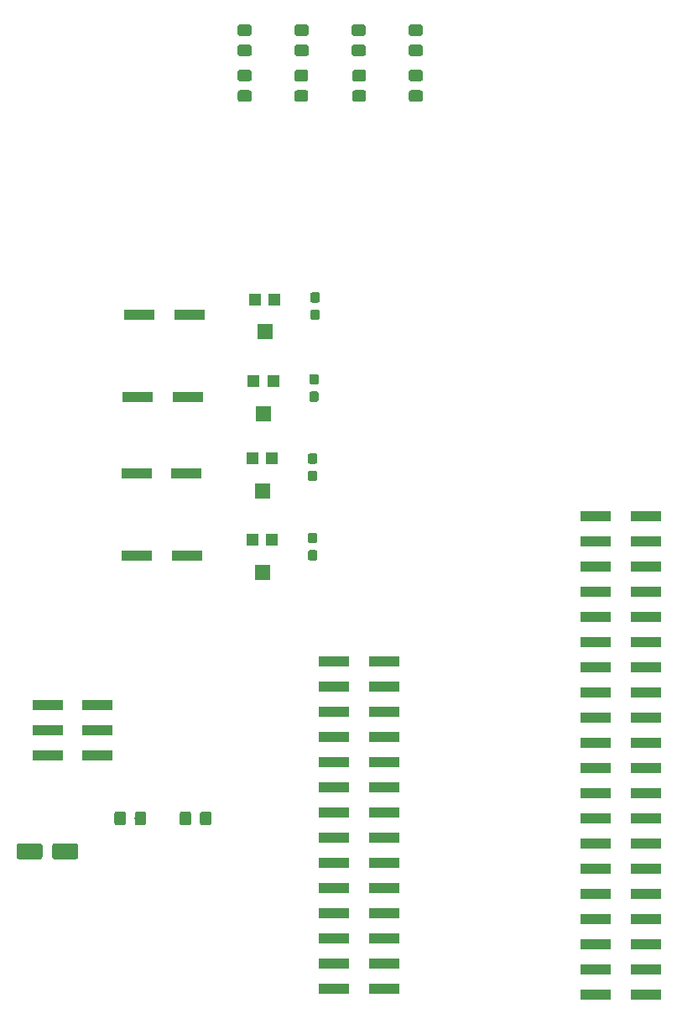
<source format=gbr>
G04 #@! TF.GenerationSoftware,KiCad,Pcbnew,(5.1.2)-2*
G04 #@! TF.CreationDate,2021-03-17T00:24:42+02:00*
G04 #@! TF.ProjectId,extension_board,65787465-6e73-4696-9f6e-5f626f617264,rev?*
G04 #@! TF.SameCoordinates,Original*
G04 #@! TF.FileFunction,Paste,Top*
G04 #@! TF.FilePolarity,Positive*
%FSLAX46Y46*%
G04 Gerber Fmt 4.6, Leading zero omitted, Abs format (unit mm)*
G04 Created by KiCad (PCBNEW (5.1.2)-2) date 2021-03-17 00:24:42*
%MOMM*%
%LPD*%
G04 APERTURE LIST*
%ADD10C,0.100000*%
%ADD11C,1.600000*%
%ADD12R,3.150000X1.000000*%
%ADD13C,1.150000*%
%ADD14C,0.950000*%
%ADD15R,1.200000X1.200000*%
%ADD16R,1.600000X1.500000*%
G04 APERTURE END LIST*
D10*
G36*
X-37275496Y-135869204D02*
G01*
X-37251227Y-135872804D01*
X-37227429Y-135878765D01*
X-37204329Y-135887030D01*
X-37182151Y-135897520D01*
X-37161107Y-135910133D01*
X-37141402Y-135924747D01*
X-37123223Y-135941223D01*
X-37106747Y-135959402D01*
X-37092133Y-135979107D01*
X-37079520Y-136000151D01*
X-37069030Y-136022329D01*
X-37060765Y-136045429D01*
X-37054804Y-136069227D01*
X-37051204Y-136093496D01*
X-37050000Y-136118000D01*
X-37050000Y-137218000D01*
X-37051204Y-137242504D01*
X-37054804Y-137266773D01*
X-37060765Y-137290571D01*
X-37069030Y-137313671D01*
X-37079520Y-137335849D01*
X-37092133Y-137356893D01*
X-37106747Y-137376598D01*
X-37123223Y-137394777D01*
X-37141402Y-137411253D01*
X-37161107Y-137425867D01*
X-37182151Y-137438480D01*
X-37204329Y-137448970D01*
X-37227429Y-137457235D01*
X-37251227Y-137463196D01*
X-37275496Y-137466796D01*
X-37300000Y-137468000D01*
X-39400000Y-137468000D01*
X-39424504Y-137466796D01*
X-39448773Y-137463196D01*
X-39472571Y-137457235D01*
X-39495671Y-137448970D01*
X-39517849Y-137438480D01*
X-39538893Y-137425867D01*
X-39558598Y-137411253D01*
X-39576777Y-137394777D01*
X-39593253Y-137376598D01*
X-39607867Y-137356893D01*
X-39620480Y-137335849D01*
X-39630970Y-137313671D01*
X-39639235Y-137290571D01*
X-39645196Y-137266773D01*
X-39648796Y-137242504D01*
X-39650000Y-137218000D01*
X-39650000Y-136118000D01*
X-39648796Y-136093496D01*
X-39645196Y-136069227D01*
X-39639235Y-136045429D01*
X-39630970Y-136022329D01*
X-39620480Y-136000151D01*
X-39607867Y-135979107D01*
X-39593253Y-135959402D01*
X-39576777Y-135941223D01*
X-39558598Y-135924747D01*
X-39538893Y-135910133D01*
X-39517849Y-135897520D01*
X-39495671Y-135887030D01*
X-39472571Y-135878765D01*
X-39448773Y-135872804D01*
X-39424504Y-135869204D01*
X-39400000Y-135868000D01*
X-37300000Y-135868000D01*
X-37275496Y-135869204D01*
X-37275496Y-135869204D01*
G37*
D11*
X-38350000Y-136668000D03*
D10*
G36*
X-33675496Y-135869204D02*
G01*
X-33651227Y-135872804D01*
X-33627429Y-135878765D01*
X-33604329Y-135887030D01*
X-33582151Y-135897520D01*
X-33561107Y-135910133D01*
X-33541402Y-135924747D01*
X-33523223Y-135941223D01*
X-33506747Y-135959402D01*
X-33492133Y-135979107D01*
X-33479520Y-136000151D01*
X-33469030Y-136022329D01*
X-33460765Y-136045429D01*
X-33454804Y-136069227D01*
X-33451204Y-136093496D01*
X-33450000Y-136118000D01*
X-33450000Y-137218000D01*
X-33451204Y-137242504D01*
X-33454804Y-137266773D01*
X-33460765Y-137290571D01*
X-33469030Y-137313671D01*
X-33479520Y-137335849D01*
X-33492133Y-137356893D01*
X-33506747Y-137376598D01*
X-33523223Y-137394777D01*
X-33541402Y-137411253D01*
X-33561107Y-137425867D01*
X-33582151Y-137438480D01*
X-33604329Y-137448970D01*
X-33627429Y-137457235D01*
X-33651227Y-137463196D01*
X-33675496Y-137466796D01*
X-33700000Y-137468000D01*
X-35800000Y-137468000D01*
X-35824504Y-137466796D01*
X-35848773Y-137463196D01*
X-35872571Y-137457235D01*
X-35895671Y-137448970D01*
X-35917849Y-137438480D01*
X-35938893Y-137425867D01*
X-35958598Y-137411253D01*
X-35976777Y-137394777D01*
X-35993253Y-137376598D01*
X-36007867Y-137356893D01*
X-36020480Y-137335849D01*
X-36030970Y-137313671D01*
X-36039235Y-137290571D01*
X-36045196Y-137266773D01*
X-36048796Y-137242504D01*
X-36050000Y-137218000D01*
X-36050000Y-136118000D01*
X-36048796Y-136093496D01*
X-36045196Y-136069227D01*
X-36039235Y-136045429D01*
X-36030970Y-136022329D01*
X-36020480Y-136000151D01*
X-36007867Y-135979107D01*
X-35993253Y-135959402D01*
X-35976777Y-135941223D01*
X-35958598Y-135924747D01*
X-35938893Y-135910133D01*
X-35917849Y-135897520D01*
X-35895671Y-135887030D01*
X-35872571Y-135878765D01*
X-35848773Y-135872804D01*
X-35824504Y-135869204D01*
X-35800000Y-135868000D01*
X-33700000Y-135868000D01*
X-33675496Y-135869204D01*
X-33675496Y-135869204D01*
G37*
D11*
X-34750000Y-136668000D03*
D12*
X18785000Y-102870000D03*
X23835000Y-102870000D03*
X18785000Y-105410000D03*
X23835000Y-105410000D03*
X18785000Y-107950000D03*
X23835000Y-107950000D03*
X18785000Y-110490000D03*
X23835000Y-110490000D03*
X18785000Y-113030000D03*
X23835000Y-113030000D03*
X18785000Y-115570000D03*
X23835000Y-115570000D03*
X18785000Y-118110000D03*
X23835000Y-118110000D03*
X18785000Y-120650000D03*
X23835000Y-120650000D03*
X18785000Y-123190000D03*
X23835000Y-123190000D03*
X18785000Y-125730000D03*
X23835000Y-125730000D03*
X18785000Y-128270000D03*
X23835000Y-128270000D03*
X18785000Y-130810000D03*
X23835000Y-130810000D03*
X18785000Y-133350000D03*
X23835000Y-133350000D03*
X18785000Y-135890000D03*
X23835000Y-135890000D03*
X18785000Y-138430000D03*
X23835000Y-138430000D03*
X18785000Y-140970000D03*
X23835000Y-140970000D03*
X18785000Y-143510000D03*
X23835000Y-143510000D03*
X18785000Y-146050000D03*
X23835000Y-146050000D03*
X18785000Y-148590000D03*
X23835000Y-148590000D03*
X18785000Y-151130000D03*
X23835000Y-151130000D03*
D10*
G36*
X-26810495Y-132651204D02*
G01*
X-26786227Y-132654804D01*
X-26762428Y-132660765D01*
X-26739329Y-132669030D01*
X-26717150Y-132679520D01*
X-26696107Y-132692132D01*
X-26676401Y-132706747D01*
X-26658223Y-132723223D01*
X-26641747Y-132741401D01*
X-26627132Y-132761107D01*
X-26614520Y-132782150D01*
X-26604030Y-132804329D01*
X-26595765Y-132827428D01*
X-26589804Y-132851227D01*
X-26586204Y-132875495D01*
X-26585000Y-132899999D01*
X-26585000Y-133800001D01*
X-26586204Y-133824505D01*
X-26589804Y-133848773D01*
X-26595765Y-133872572D01*
X-26604030Y-133895671D01*
X-26614520Y-133917850D01*
X-26627132Y-133938893D01*
X-26641747Y-133958599D01*
X-26658223Y-133976777D01*
X-26676401Y-133993253D01*
X-26696107Y-134007868D01*
X-26717150Y-134020480D01*
X-26739329Y-134030970D01*
X-26762428Y-134039235D01*
X-26786227Y-134045196D01*
X-26810495Y-134048796D01*
X-26834999Y-134050000D01*
X-27485001Y-134050000D01*
X-27509505Y-134048796D01*
X-27533773Y-134045196D01*
X-27557572Y-134039235D01*
X-27580671Y-134030970D01*
X-27602850Y-134020480D01*
X-27623893Y-134007868D01*
X-27643599Y-133993253D01*
X-27661777Y-133976777D01*
X-27678253Y-133958599D01*
X-27692868Y-133938893D01*
X-27705480Y-133917850D01*
X-27715970Y-133895671D01*
X-27724235Y-133872572D01*
X-27730196Y-133848773D01*
X-27733796Y-133824505D01*
X-27735000Y-133800001D01*
X-27735000Y-132899999D01*
X-27733796Y-132875495D01*
X-27730196Y-132851227D01*
X-27724235Y-132827428D01*
X-27715970Y-132804329D01*
X-27705480Y-132782150D01*
X-27692868Y-132761107D01*
X-27678253Y-132741401D01*
X-27661777Y-132723223D01*
X-27643599Y-132706747D01*
X-27623893Y-132692132D01*
X-27602850Y-132679520D01*
X-27580671Y-132669030D01*
X-27557572Y-132660765D01*
X-27533773Y-132654804D01*
X-27509505Y-132651204D01*
X-27485001Y-132650000D01*
X-26834999Y-132650000D01*
X-26810495Y-132651204D01*
X-26810495Y-132651204D01*
G37*
D13*
X-27160000Y-133350000D03*
D10*
G36*
X-28860495Y-132651204D02*
G01*
X-28836227Y-132654804D01*
X-28812428Y-132660765D01*
X-28789329Y-132669030D01*
X-28767150Y-132679520D01*
X-28746107Y-132692132D01*
X-28726401Y-132706747D01*
X-28708223Y-132723223D01*
X-28691747Y-132741401D01*
X-28677132Y-132761107D01*
X-28664520Y-132782150D01*
X-28654030Y-132804329D01*
X-28645765Y-132827428D01*
X-28639804Y-132851227D01*
X-28636204Y-132875495D01*
X-28635000Y-132899999D01*
X-28635000Y-133800001D01*
X-28636204Y-133824505D01*
X-28639804Y-133848773D01*
X-28645765Y-133872572D01*
X-28654030Y-133895671D01*
X-28664520Y-133917850D01*
X-28677132Y-133938893D01*
X-28691747Y-133958599D01*
X-28708223Y-133976777D01*
X-28726401Y-133993253D01*
X-28746107Y-134007868D01*
X-28767150Y-134020480D01*
X-28789329Y-134030970D01*
X-28812428Y-134039235D01*
X-28836227Y-134045196D01*
X-28860495Y-134048796D01*
X-28884999Y-134050000D01*
X-29535001Y-134050000D01*
X-29559505Y-134048796D01*
X-29583773Y-134045196D01*
X-29607572Y-134039235D01*
X-29630671Y-134030970D01*
X-29652850Y-134020480D01*
X-29673893Y-134007868D01*
X-29693599Y-133993253D01*
X-29711777Y-133976777D01*
X-29728253Y-133958599D01*
X-29742868Y-133938893D01*
X-29755480Y-133917850D01*
X-29765970Y-133895671D01*
X-29774235Y-133872572D01*
X-29780196Y-133848773D01*
X-29783796Y-133824505D01*
X-29785000Y-133800001D01*
X-29785000Y-132899999D01*
X-29783796Y-132875495D01*
X-29780196Y-132851227D01*
X-29774235Y-132827428D01*
X-29765970Y-132804329D01*
X-29755480Y-132782150D01*
X-29742868Y-132761107D01*
X-29728253Y-132741401D01*
X-29711777Y-132723223D01*
X-29693599Y-132706747D01*
X-29673893Y-132692132D01*
X-29652850Y-132679520D01*
X-29630671Y-132669030D01*
X-29607572Y-132660765D01*
X-29583773Y-132654804D01*
X-29559505Y-132651204D01*
X-29535001Y-132650000D01*
X-28884999Y-132650000D01*
X-28860495Y-132651204D01*
X-28860495Y-132651204D01*
G37*
D13*
X-29210000Y-133350000D03*
D12*
X-27529000Y-106807000D03*
X-22479000Y-106807000D03*
X-22509000Y-98552000D03*
X-27559000Y-98552000D03*
X-22225000Y-82550000D03*
X-27275000Y-82550000D03*
X-36525000Y-121920000D03*
X-31475000Y-121920000D03*
X-36525000Y-124460000D03*
X-31475000Y-124460000D03*
X-36525000Y-127000000D03*
X-31475000Y-127000000D03*
X-27417000Y-90805000D03*
X-22367000Y-90805000D03*
X-7605000Y-117475000D03*
X-2555000Y-117475000D03*
X-7605000Y-120015000D03*
X-2555000Y-120015000D03*
X-7605000Y-122555000D03*
X-2555000Y-122555000D03*
X-7605000Y-125095000D03*
X-2555000Y-125095000D03*
X-7605000Y-127635000D03*
X-2555000Y-127635000D03*
X-7605000Y-130175000D03*
X-2555000Y-130175000D03*
X-7605000Y-132715000D03*
X-2555000Y-132715000D03*
X-7605000Y-135255000D03*
X-2555000Y-135255000D03*
X-7605000Y-137795000D03*
X-2555000Y-137795000D03*
X-7605000Y-140335000D03*
X-2555000Y-140335000D03*
X-7605000Y-142875000D03*
X-2555000Y-142875000D03*
X-7605000Y-145415000D03*
X-2555000Y-145415000D03*
X-7605000Y-147955000D03*
X-2555000Y-147955000D03*
X-7605000Y-150495000D03*
X-2555000Y-150495000D03*
D10*
G36*
X1109505Y-55306204D02*
G01*
X1133773Y-55309804D01*
X1157572Y-55315765D01*
X1180671Y-55324030D01*
X1202850Y-55334520D01*
X1223893Y-55347132D01*
X1243599Y-55361747D01*
X1261777Y-55378223D01*
X1278253Y-55396401D01*
X1292868Y-55416107D01*
X1305480Y-55437150D01*
X1315970Y-55459329D01*
X1324235Y-55482428D01*
X1330196Y-55506227D01*
X1333796Y-55530495D01*
X1335000Y-55554999D01*
X1335000Y-56205001D01*
X1333796Y-56229505D01*
X1330196Y-56253773D01*
X1324235Y-56277572D01*
X1315970Y-56300671D01*
X1305480Y-56322850D01*
X1292868Y-56343893D01*
X1278253Y-56363599D01*
X1261777Y-56381777D01*
X1243599Y-56398253D01*
X1223893Y-56412868D01*
X1202850Y-56425480D01*
X1180671Y-56435970D01*
X1157572Y-56444235D01*
X1133773Y-56450196D01*
X1109505Y-56453796D01*
X1085001Y-56455000D01*
X184999Y-56455000D01*
X160495Y-56453796D01*
X136227Y-56450196D01*
X112428Y-56444235D01*
X89329Y-56435970D01*
X67150Y-56425480D01*
X46107Y-56412868D01*
X26401Y-56398253D01*
X8223Y-56381777D01*
X-8253Y-56363599D01*
X-22868Y-56343893D01*
X-35480Y-56322850D01*
X-45970Y-56300671D01*
X-54235Y-56277572D01*
X-60196Y-56253773D01*
X-63796Y-56229505D01*
X-65000Y-56205001D01*
X-65000Y-55554999D01*
X-63796Y-55530495D01*
X-60196Y-55506227D01*
X-54235Y-55482428D01*
X-45970Y-55459329D01*
X-35480Y-55437150D01*
X-22868Y-55416107D01*
X-8253Y-55396401D01*
X8223Y-55378223D01*
X26401Y-55361747D01*
X46107Y-55347132D01*
X67150Y-55334520D01*
X89329Y-55324030D01*
X112428Y-55315765D01*
X136227Y-55309804D01*
X160495Y-55306204D01*
X184999Y-55305000D01*
X1085001Y-55305000D01*
X1109505Y-55306204D01*
X1109505Y-55306204D01*
G37*
D13*
X635000Y-55880000D03*
D10*
G36*
X1109505Y-53256204D02*
G01*
X1133773Y-53259804D01*
X1157572Y-53265765D01*
X1180671Y-53274030D01*
X1202850Y-53284520D01*
X1223893Y-53297132D01*
X1243599Y-53311747D01*
X1261777Y-53328223D01*
X1278253Y-53346401D01*
X1292868Y-53366107D01*
X1305480Y-53387150D01*
X1315970Y-53409329D01*
X1324235Y-53432428D01*
X1330196Y-53456227D01*
X1333796Y-53480495D01*
X1335000Y-53504999D01*
X1335000Y-54155001D01*
X1333796Y-54179505D01*
X1330196Y-54203773D01*
X1324235Y-54227572D01*
X1315970Y-54250671D01*
X1305480Y-54272850D01*
X1292868Y-54293893D01*
X1278253Y-54313599D01*
X1261777Y-54331777D01*
X1243599Y-54348253D01*
X1223893Y-54362868D01*
X1202850Y-54375480D01*
X1180671Y-54385970D01*
X1157572Y-54394235D01*
X1133773Y-54400196D01*
X1109505Y-54403796D01*
X1085001Y-54405000D01*
X184999Y-54405000D01*
X160495Y-54403796D01*
X136227Y-54400196D01*
X112428Y-54394235D01*
X89329Y-54385970D01*
X67150Y-54375480D01*
X46107Y-54362868D01*
X26401Y-54348253D01*
X8223Y-54331777D01*
X-8253Y-54313599D01*
X-22868Y-54293893D01*
X-35480Y-54272850D01*
X-45970Y-54250671D01*
X-54235Y-54227572D01*
X-60196Y-54203773D01*
X-63796Y-54179505D01*
X-65000Y-54155001D01*
X-65000Y-53504999D01*
X-63796Y-53480495D01*
X-60196Y-53456227D01*
X-54235Y-53432428D01*
X-45970Y-53409329D01*
X-35480Y-53387150D01*
X-22868Y-53366107D01*
X-8253Y-53346401D01*
X8223Y-53328223D01*
X26401Y-53311747D01*
X46107Y-53297132D01*
X67150Y-53284520D01*
X89329Y-53274030D01*
X112428Y-53265765D01*
X136227Y-53259804D01*
X160495Y-53256204D01*
X184999Y-53255000D01*
X1085001Y-53255000D01*
X1109505Y-53256204D01*
X1109505Y-53256204D01*
G37*
D13*
X635000Y-53830000D03*
D10*
G36*
X1109505Y-57846204D02*
G01*
X1133773Y-57849804D01*
X1157572Y-57855765D01*
X1180671Y-57864030D01*
X1202850Y-57874520D01*
X1223893Y-57887132D01*
X1243599Y-57901747D01*
X1261777Y-57918223D01*
X1278253Y-57936401D01*
X1292868Y-57956107D01*
X1305480Y-57977150D01*
X1315970Y-57999329D01*
X1324235Y-58022428D01*
X1330196Y-58046227D01*
X1333796Y-58070495D01*
X1335000Y-58094999D01*
X1335000Y-58745001D01*
X1333796Y-58769505D01*
X1330196Y-58793773D01*
X1324235Y-58817572D01*
X1315970Y-58840671D01*
X1305480Y-58862850D01*
X1292868Y-58883893D01*
X1278253Y-58903599D01*
X1261777Y-58921777D01*
X1243599Y-58938253D01*
X1223893Y-58952868D01*
X1202850Y-58965480D01*
X1180671Y-58975970D01*
X1157572Y-58984235D01*
X1133773Y-58990196D01*
X1109505Y-58993796D01*
X1085001Y-58995000D01*
X184999Y-58995000D01*
X160495Y-58993796D01*
X136227Y-58990196D01*
X112428Y-58984235D01*
X89329Y-58975970D01*
X67150Y-58965480D01*
X46107Y-58952868D01*
X26401Y-58938253D01*
X8223Y-58921777D01*
X-8253Y-58903599D01*
X-22868Y-58883893D01*
X-35480Y-58862850D01*
X-45970Y-58840671D01*
X-54235Y-58817572D01*
X-60196Y-58793773D01*
X-63796Y-58769505D01*
X-65000Y-58745001D01*
X-65000Y-58094999D01*
X-63796Y-58070495D01*
X-60196Y-58046227D01*
X-54235Y-58022428D01*
X-45970Y-57999329D01*
X-35480Y-57977150D01*
X-22868Y-57956107D01*
X-8253Y-57936401D01*
X8223Y-57918223D01*
X26401Y-57901747D01*
X46107Y-57887132D01*
X67150Y-57874520D01*
X89329Y-57864030D01*
X112428Y-57855765D01*
X136227Y-57849804D01*
X160495Y-57846204D01*
X184999Y-57845000D01*
X1085001Y-57845000D01*
X1109505Y-57846204D01*
X1109505Y-57846204D01*
G37*
D13*
X635000Y-58420000D03*
D10*
G36*
X1109505Y-59896204D02*
G01*
X1133773Y-59899804D01*
X1157572Y-59905765D01*
X1180671Y-59914030D01*
X1202850Y-59924520D01*
X1223893Y-59937132D01*
X1243599Y-59951747D01*
X1261777Y-59968223D01*
X1278253Y-59986401D01*
X1292868Y-60006107D01*
X1305480Y-60027150D01*
X1315970Y-60049329D01*
X1324235Y-60072428D01*
X1330196Y-60096227D01*
X1333796Y-60120495D01*
X1335000Y-60144999D01*
X1335000Y-60795001D01*
X1333796Y-60819505D01*
X1330196Y-60843773D01*
X1324235Y-60867572D01*
X1315970Y-60890671D01*
X1305480Y-60912850D01*
X1292868Y-60933893D01*
X1278253Y-60953599D01*
X1261777Y-60971777D01*
X1243599Y-60988253D01*
X1223893Y-61002868D01*
X1202850Y-61015480D01*
X1180671Y-61025970D01*
X1157572Y-61034235D01*
X1133773Y-61040196D01*
X1109505Y-61043796D01*
X1085001Y-61045000D01*
X184999Y-61045000D01*
X160495Y-61043796D01*
X136227Y-61040196D01*
X112428Y-61034235D01*
X89329Y-61025970D01*
X67150Y-61015480D01*
X46107Y-61002868D01*
X26401Y-60988253D01*
X8223Y-60971777D01*
X-8253Y-60953599D01*
X-22868Y-60933893D01*
X-35480Y-60912850D01*
X-45970Y-60890671D01*
X-54235Y-60867572D01*
X-60196Y-60843773D01*
X-63796Y-60819505D01*
X-65000Y-60795001D01*
X-65000Y-60144999D01*
X-63796Y-60120495D01*
X-60196Y-60096227D01*
X-54235Y-60072428D01*
X-45970Y-60049329D01*
X-35480Y-60027150D01*
X-22868Y-60006107D01*
X-8253Y-59986401D01*
X8223Y-59968223D01*
X26401Y-59951747D01*
X46107Y-59937132D01*
X67150Y-59924520D01*
X89329Y-59914030D01*
X112428Y-59905765D01*
X136227Y-59899804D01*
X160495Y-59896204D01*
X184999Y-59895000D01*
X1085001Y-59895000D01*
X1109505Y-59896204D01*
X1109505Y-59896204D01*
G37*
D13*
X635000Y-60470000D03*
D10*
G36*
X-4647829Y-55306204D02*
G01*
X-4623561Y-55309804D01*
X-4599762Y-55315765D01*
X-4576663Y-55324030D01*
X-4554484Y-55334520D01*
X-4533441Y-55347132D01*
X-4513735Y-55361747D01*
X-4495557Y-55378223D01*
X-4479081Y-55396401D01*
X-4464466Y-55416107D01*
X-4451854Y-55437150D01*
X-4441364Y-55459329D01*
X-4433099Y-55482428D01*
X-4427138Y-55506227D01*
X-4423538Y-55530495D01*
X-4422334Y-55554999D01*
X-4422334Y-56205001D01*
X-4423538Y-56229505D01*
X-4427138Y-56253773D01*
X-4433099Y-56277572D01*
X-4441364Y-56300671D01*
X-4451854Y-56322850D01*
X-4464466Y-56343893D01*
X-4479081Y-56363599D01*
X-4495557Y-56381777D01*
X-4513735Y-56398253D01*
X-4533441Y-56412868D01*
X-4554484Y-56425480D01*
X-4576663Y-56435970D01*
X-4599762Y-56444235D01*
X-4623561Y-56450196D01*
X-4647829Y-56453796D01*
X-4672333Y-56455000D01*
X-5572335Y-56455000D01*
X-5596839Y-56453796D01*
X-5621107Y-56450196D01*
X-5644906Y-56444235D01*
X-5668005Y-56435970D01*
X-5690184Y-56425480D01*
X-5711227Y-56412868D01*
X-5730933Y-56398253D01*
X-5749111Y-56381777D01*
X-5765587Y-56363599D01*
X-5780202Y-56343893D01*
X-5792814Y-56322850D01*
X-5803304Y-56300671D01*
X-5811569Y-56277572D01*
X-5817530Y-56253773D01*
X-5821130Y-56229505D01*
X-5822334Y-56205001D01*
X-5822334Y-55554999D01*
X-5821130Y-55530495D01*
X-5817530Y-55506227D01*
X-5811569Y-55482428D01*
X-5803304Y-55459329D01*
X-5792814Y-55437150D01*
X-5780202Y-55416107D01*
X-5765587Y-55396401D01*
X-5749111Y-55378223D01*
X-5730933Y-55361747D01*
X-5711227Y-55347132D01*
X-5690184Y-55334520D01*
X-5668005Y-55324030D01*
X-5644906Y-55315765D01*
X-5621107Y-55309804D01*
X-5596839Y-55306204D01*
X-5572335Y-55305000D01*
X-4672333Y-55305000D01*
X-4647829Y-55306204D01*
X-4647829Y-55306204D01*
G37*
D13*
X-5122334Y-55880000D03*
D10*
G36*
X-4647829Y-53256204D02*
G01*
X-4623561Y-53259804D01*
X-4599762Y-53265765D01*
X-4576663Y-53274030D01*
X-4554484Y-53284520D01*
X-4533441Y-53297132D01*
X-4513735Y-53311747D01*
X-4495557Y-53328223D01*
X-4479081Y-53346401D01*
X-4464466Y-53366107D01*
X-4451854Y-53387150D01*
X-4441364Y-53409329D01*
X-4433099Y-53432428D01*
X-4427138Y-53456227D01*
X-4423538Y-53480495D01*
X-4422334Y-53504999D01*
X-4422334Y-54155001D01*
X-4423538Y-54179505D01*
X-4427138Y-54203773D01*
X-4433099Y-54227572D01*
X-4441364Y-54250671D01*
X-4451854Y-54272850D01*
X-4464466Y-54293893D01*
X-4479081Y-54313599D01*
X-4495557Y-54331777D01*
X-4513735Y-54348253D01*
X-4533441Y-54362868D01*
X-4554484Y-54375480D01*
X-4576663Y-54385970D01*
X-4599762Y-54394235D01*
X-4623561Y-54400196D01*
X-4647829Y-54403796D01*
X-4672333Y-54405000D01*
X-5572335Y-54405000D01*
X-5596839Y-54403796D01*
X-5621107Y-54400196D01*
X-5644906Y-54394235D01*
X-5668005Y-54385970D01*
X-5690184Y-54375480D01*
X-5711227Y-54362868D01*
X-5730933Y-54348253D01*
X-5749111Y-54331777D01*
X-5765587Y-54313599D01*
X-5780202Y-54293893D01*
X-5792814Y-54272850D01*
X-5803304Y-54250671D01*
X-5811569Y-54227572D01*
X-5817530Y-54203773D01*
X-5821130Y-54179505D01*
X-5822334Y-54155001D01*
X-5822334Y-53504999D01*
X-5821130Y-53480495D01*
X-5817530Y-53456227D01*
X-5811569Y-53432428D01*
X-5803304Y-53409329D01*
X-5792814Y-53387150D01*
X-5780202Y-53366107D01*
X-5765587Y-53346401D01*
X-5749111Y-53328223D01*
X-5730933Y-53311747D01*
X-5711227Y-53297132D01*
X-5690184Y-53284520D01*
X-5668005Y-53274030D01*
X-5644906Y-53265765D01*
X-5621107Y-53259804D01*
X-5596839Y-53256204D01*
X-5572335Y-53255000D01*
X-4672333Y-53255000D01*
X-4647829Y-53256204D01*
X-4647829Y-53256204D01*
G37*
D13*
X-5122334Y-53830000D03*
D10*
G36*
X-4605495Y-57846204D02*
G01*
X-4581227Y-57849804D01*
X-4557428Y-57855765D01*
X-4534329Y-57864030D01*
X-4512150Y-57874520D01*
X-4491107Y-57887132D01*
X-4471401Y-57901747D01*
X-4453223Y-57918223D01*
X-4436747Y-57936401D01*
X-4422132Y-57956107D01*
X-4409520Y-57977150D01*
X-4399030Y-57999329D01*
X-4390765Y-58022428D01*
X-4384804Y-58046227D01*
X-4381204Y-58070495D01*
X-4380000Y-58094999D01*
X-4380000Y-58745001D01*
X-4381204Y-58769505D01*
X-4384804Y-58793773D01*
X-4390765Y-58817572D01*
X-4399030Y-58840671D01*
X-4409520Y-58862850D01*
X-4422132Y-58883893D01*
X-4436747Y-58903599D01*
X-4453223Y-58921777D01*
X-4471401Y-58938253D01*
X-4491107Y-58952868D01*
X-4512150Y-58965480D01*
X-4534329Y-58975970D01*
X-4557428Y-58984235D01*
X-4581227Y-58990196D01*
X-4605495Y-58993796D01*
X-4629999Y-58995000D01*
X-5530001Y-58995000D01*
X-5554505Y-58993796D01*
X-5578773Y-58990196D01*
X-5602572Y-58984235D01*
X-5625671Y-58975970D01*
X-5647850Y-58965480D01*
X-5668893Y-58952868D01*
X-5688599Y-58938253D01*
X-5706777Y-58921777D01*
X-5723253Y-58903599D01*
X-5737868Y-58883893D01*
X-5750480Y-58862850D01*
X-5760970Y-58840671D01*
X-5769235Y-58817572D01*
X-5775196Y-58793773D01*
X-5778796Y-58769505D01*
X-5780000Y-58745001D01*
X-5780000Y-58094999D01*
X-5778796Y-58070495D01*
X-5775196Y-58046227D01*
X-5769235Y-58022428D01*
X-5760970Y-57999329D01*
X-5750480Y-57977150D01*
X-5737868Y-57956107D01*
X-5723253Y-57936401D01*
X-5706777Y-57918223D01*
X-5688599Y-57901747D01*
X-5668893Y-57887132D01*
X-5647850Y-57874520D01*
X-5625671Y-57864030D01*
X-5602572Y-57855765D01*
X-5578773Y-57849804D01*
X-5554505Y-57846204D01*
X-5530001Y-57845000D01*
X-4629999Y-57845000D01*
X-4605495Y-57846204D01*
X-4605495Y-57846204D01*
G37*
D13*
X-5080000Y-58420000D03*
D10*
G36*
X-4605495Y-59896204D02*
G01*
X-4581227Y-59899804D01*
X-4557428Y-59905765D01*
X-4534329Y-59914030D01*
X-4512150Y-59924520D01*
X-4491107Y-59937132D01*
X-4471401Y-59951747D01*
X-4453223Y-59968223D01*
X-4436747Y-59986401D01*
X-4422132Y-60006107D01*
X-4409520Y-60027150D01*
X-4399030Y-60049329D01*
X-4390765Y-60072428D01*
X-4384804Y-60096227D01*
X-4381204Y-60120495D01*
X-4380000Y-60144999D01*
X-4380000Y-60795001D01*
X-4381204Y-60819505D01*
X-4384804Y-60843773D01*
X-4390765Y-60867572D01*
X-4399030Y-60890671D01*
X-4409520Y-60912850D01*
X-4422132Y-60933893D01*
X-4436747Y-60953599D01*
X-4453223Y-60971777D01*
X-4471401Y-60988253D01*
X-4491107Y-61002868D01*
X-4512150Y-61015480D01*
X-4534329Y-61025970D01*
X-4557428Y-61034235D01*
X-4581227Y-61040196D01*
X-4605495Y-61043796D01*
X-4629999Y-61045000D01*
X-5530001Y-61045000D01*
X-5554505Y-61043796D01*
X-5578773Y-61040196D01*
X-5602572Y-61034235D01*
X-5625671Y-61025970D01*
X-5647850Y-61015480D01*
X-5668893Y-61002868D01*
X-5688599Y-60988253D01*
X-5706777Y-60971777D01*
X-5723253Y-60953599D01*
X-5737868Y-60933893D01*
X-5750480Y-60912850D01*
X-5760970Y-60890671D01*
X-5769235Y-60867572D01*
X-5775196Y-60843773D01*
X-5778796Y-60819505D01*
X-5780000Y-60795001D01*
X-5780000Y-60144999D01*
X-5778796Y-60120495D01*
X-5775196Y-60096227D01*
X-5769235Y-60072428D01*
X-5760970Y-60049329D01*
X-5750480Y-60027150D01*
X-5737868Y-60006107D01*
X-5723253Y-59986401D01*
X-5706777Y-59968223D01*
X-5688599Y-59951747D01*
X-5668893Y-59937132D01*
X-5647850Y-59924520D01*
X-5625671Y-59914030D01*
X-5602572Y-59905765D01*
X-5578773Y-59899804D01*
X-5554505Y-59896204D01*
X-5530001Y-59895000D01*
X-4629999Y-59895000D01*
X-4605495Y-59896204D01*
X-4605495Y-59896204D01*
G37*
D13*
X-5080000Y-60470000D03*
D10*
G36*
X-10405162Y-53256204D02*
G01*
X-10380894Y-53259804D01*
X-10357095Y-53265765D01*
X-10333996Y-53274030D01*
X-10311817Y-53284520D01*
X-10290774Y-53297132D01*
X-10271068Y-53311747D01*
X-10252890Y-53328223D01*
X-10236414Y-53346401D01*
X-10221799Y-53366107D01*
X-10209187Y-53387150D01*
X-10198697Y-53409329D01*
X-10190432Y-53432428D01*
X-10184471Y-53456227D01*
X-10180871Y-53480495D01*
X-10179667Y-53504999D01*
X-10179667Y-54155001D01*
X-10180871Y-54179505D01*
X-10184471Y-54203773D01*
X-10190432Y-54227572D01*
X-10198697Y-54250671D01*
X-10209187Y-54272850D01*
X-10221799Y-54293893D01*
X-10236414Y-54313599D01*
X-10252890Y-54331777D01*
X-10271068Y-54348253D01*
X-10290774Y-54362868D01*
X-10311817Y-54375480D01*
X-10333996Y-54385970D01*
X-10357095Y-54394235D01*
X-10380894Y-54400196D01*
X-10405162Y-54403796D01*
X-10429666Y-54405000D01*
X-11329668Y-54405000D01*
X-11354172Y-54403796D01*
X-11378440Y-54400196D01*
X-11402239Y-54394235D01*
X-11425338Y-54385970D01*
X-11447517Y-54375480D01*
X-11468560Y-54362868D01*
X-11488266Y-54348253D01*
X-11506444Y-54331777D01*
X-11522920Y-54313599D01*
X-11537535Y-54293893D01*
X-11550147Y-54272850D01*
X-11560637Y-54250671D01*
X-11568902Y-54227572D01*
X-11574863Y-54203773D01*
X-11578463Y-54179505D01*
X-11579667Y-54155001D01*
X-11579667Y-53504999D01*
X-11578463Y-53480495D01*
X-11574863Y-53456227D01*
X-11568902Y-53432428D01*
X-11560637Y-53409329D01*
X-11550147Y-53387150D01*
X-11537535Y-53366107D01*
X-11522920Y-53346401D01*
X-11506444Y-53328223D01*
X-11488266Y-53311747D01*
X-11468560Y-53297132D01*
X-11447517Y-53284520D01*
X-11425338Y-53274030D01*
X-11402239Y-53265765D01*
X-11378440Y-53259804D01*
X-11354172Y-53256204D01*
X-11329668Y-53255000D01*
X-10429666Y-53255000D01*
X-10405162Y-53256204D01*
X-10405162Y-53256204D01*
G37*
D13*
X-10879667Y-53830000D03*
D10*
G36*
X-10405162Y-55306204D02*
G01*
X-10380894Y-55309804D01*
X-10357095Y-55315765D01*
X-10333996Y-55324030D01*
X-10311817Y-55334520D01*
X-10290774Y-55347132D01*
X-10271068Y-55361747D01*
X-10252890Y-55378223D01*
X-10236414Y-55396401D01*
X-10221799Y-55416107D01*
X-10209187Y-55437150D01*
X-10198697Y-55459329D01*
X-10190432Y-55482428D01*
X-10184471Y-55506227D01*
X-10180871Y-55530495D01*
X-10179667Y-55554999D01*
X-10179667Y-56205001D01*
X-10180871Y-56229505D01*
X-10184471Y-56253773D01*
X-10190432Y-56277572D01*
X-10198697Y-56300671D01*
X-10209187Y-56322850D01*
X-10221799Y-56343893D01*
X-10236414Y-56363599D01*
X-10252890Y-56381777D01*
X-10271068Y-56398253D01*
X-10290774Y-56412868D01*
X-10311817Y-56425480D01*
X-10333996Y-56435970D01*
X-10357095Y-56444235D01*
X-10380894Y-56450196D01*
X-10405162Y-56453796D01*
X-10429666Y-56455000D01*
X-11329668Y-56455000D01*
X-11354172Y-56453796D01*
X-11378440Y-56450196D01*
X-11402239Y-56444235D01*
X-11425338Y-56435970D01*
X-11447517Y-56425480D01*
X-11468560Y-56412868D01*
X-11488266Y-56398253D01*
X-11506444Y-56381777D01*
X-11522920Y-56363599D01*
X-11537535Y-56343893D01*
X-11550147Y-56322850D01*
X-11560637Y-56300671D01*
X-11568902Y-56277572D01*
X-11574863Y-56253773D01*
X-11578463Y-56229505D01*
X-11579667Y-56205001D01*
X-11579667Y-55554999D01*
X-11578463Y-55530495D01*
X-11574863Y-55506227D01*
X-11568902Y-55482428D01*
X-11560637Y-55459329D01*
X-11550147Y-55437150D01*
X-11537535Y-55416107D01*
X-11522920Y-55396401D01*
X-11506444Y-55378223D01*
X-11488266Y-55361747D01*
X-11468560Y-55347132D01*
X-11447517Y-55334520D01*
X-11425338Y-55324030D01*
X-11402239Y-55315765D01*
X-11378440Y-55309804D01*
X-11354172Y-55306204D01*
X-11329668Y-55305000D01*
X-10429666Y-55305000D01*
X-10405162Y-55306204D01*
X-10405162Y-55306204D01*
G37*
D13*
X-10879667Y-55880000D03*
D10*
G36*
X-10447495Y-59896204D02*
G01*
X-10423227Y-59899804D01*
X-10399428Y-59905765D01*
X-10376329Y-59914030D01*
X-10354150Y-59924520D01*
X-10333107Y-59937132D01*
X-10313401Y-59951747D01*
X-10295223Y-59968223D01*
X-10278747Y-59986401D01*
X-10264132Y-60006107D01*
X-10251520Y-60027150D01*
X-10241030Y-60049329D01*
X-10232765Y-60072428D01*
X-10226804Y-60096227D01*
X-10223204Y-60120495D01*
X-10222000Y-60144999D01*
X-10222000Y-60795001D01*
X-10223204Y-60819505D01*
X-10226804Y-60843773D01*
X-10232765Y-60867572D01*
X-10241030Y-60890671D01*
X-10251520Y-60912850D01*
X-10264132Y-60933893D01*
X-10278747Y-60953599D01*
X-10295223Y-60971777D01*
X-10313401Y-60988253D01*
X-10333107Y-61002868D01*
X-10354150Y-61015480D01*
X-10376329Y-61025970D01*
X-10399428Y-61034235D01*
X-10423227Y-61040196D01*
X-10447495Y-61043796D01*
X-10471999Y-61045000D01*
X-11372001Y-61045000D01*
X-11396505Y-61043796D01*
X-11420773Y-61040196D01*
X-11444572Y-61034235D01*
X-11467671Y-61025970D01*
X-11489850Y-61015480D01*
X-11510893Y-61002868D01*
X-11530599Y-60988253D01*
X-11548777Y-60971777D01*
X-11565253Y-60953599D01*
X-11579868Y-60933893D01*
X-11592480Y-60912850D01*
X-11602970Y-60890671D01*
X-11611235Y-60867572D01*
X-11617196Y-60843773D01*
X-11620796Y-60819505D01*
X-11622000Y-60795001D01*
X-11622000Y-60144999D01*
X-11620796Y-60120495D01*
X-11617196Y-60096227D01*
X-11611235Y-60072428D01*
X-11602970Y-60049329D01*
X-11592480Y-60027150D01*
X-11579868Y-60006107D01*
X-11565253Y-59986401D01*
X-11548777Y-59968223D01*
X-11530599Y-59951747D01*
X-11510893Y-59937132D01*
X-11489850Y-59924520D01*
X-11467671Y-59914030D01*
X-11444572Y-59905765D01*
X-11420773Y-59899804D01*
X-11396505Y-59896204D01*
X-11372001Y-59895000D01*
X-10471999Y-59895000D01*
X-10447495Y-59896204D01*
X-10447495Y-59896204D01*
G37*
D13*
X-10922000Y-60470000D03*
D10*
G36*
X-10447495Y-57846204D02*
G01*
X-10423227Y-57849804D01*
X-10399428Y-57855765D01*
X-10376329Y-57864030D01*
X-10354150Y-57874520D01*
X-10333107Y-57887132D01*
X-10313401Y-57901747D01*
X-10295223Y-57918223D01*
X-10278747Y-57936401D01*
X-10264132Y-57956107D01*
X-10251520Y-57977150D01*
X-10241030Y-57999329D01*
X-10232765Y-58022428D01*
X-10226804Y-58046227D01*
X-10223204Y-58070495D01*
X-10222000Y-58094999D01*
X-10222000Y-58745001D01*
X-10223204Y-58769505D01*
X-10226804Y-58793773D01*
X-10232765Y-58817572D01*
X-10241030Y-58840671D01*
X-10251520Y-58862850D01*
X-10264132Y-58883893D01*
X-10278747Y-58903599D01*
X-10295223Y-58921777D01*
X-10313401Y-58938253D01*
X-10333107Y-58952868D01*
X-10354150Y-58965480D01*
X-10376329Y-58975970D01*
X-10399428Y-58984235D01*
X-10423227Y-58990196D01*
X-10447495Y-58993796D01*
X-10471999Y-58995000D01*
X-11372001Y-58995000D01*
X-11396505Y-58993796D01*
X-11420773Y-58990196D01*
X-11444572Y-58984235D01*
X-11467671Y-58975970D01*
X-11489850Y-58965480D01*
X-11510893Y-58952868D01*
X-11530599Y-58938253D01*
X-11548777Y-58921777D01*
X-11565253Y-58903599D01*
X-11579868Y-58883893D01*
X-11592480Y-58862850D01*
X-11602970Y-58840671D01*
X-11611235Y-58817572D01*
X-11617196Y-58793773D01*
X-11620796Y-58769505D01*
X-11622000Y-58745001D01*
X-11622000Y-58094999D01*
X-11620796Y-58070495D01*
X-11617196Y-58046227D01*
X-11611235Y-58022428D01*
X-11602970Y-57999329D01*
X-11592480Y-57977150D01*
X-11579868Y-57956107D01*
X-11565253Y-57936401D01*
X-11548777Y-57918223D01*
X-11530599Y-57901747D01*
X-11510893Y-57887132D01*
X-11489850Y-57874520D01*
X-11467671Y-57864030D01*
X-11444572Y-57855765D01*
X-11420773Y-57849804D01*
X-11396505Y-57846204D01*
X-11372001Y-57845000D01*
X-10471999Y-57845000D01*
X-10447495Y-57846204D01*
X-10447495Y-57846204D01*
G37*
D13*
X-10922000Y-58420000D03*
D10*
G36*
X-16162495Y-55306204D02*
G01*
X-16138227Y-55309804D01*
X-16114428Y-55315765D01*
X-16091329Y-55324030D01*
X-16069150Y-55334520D01*
X-16048107Y-55347132D01*
X-16028401Y-55361747D01*
X-16010223Y-55378223D01*
X-15993747Y-55396401D01*
X-15979132Y-55416107D01*
X-15966520Y-55437150D01*
X-15956030Y-55459329D01*
X-15947765Y-55482428D01*
X-15941804Y-55506227D01*
X-15938204Y-55530495D01*
X-15937000Y-55554999D01*
X-15937000Y-56205001D01*
X-15938204Y-56229505D01*
X-15941804Y-56253773D01*
X-15947765Y-56277572D01*
X-15956030Y-56300671D01*
X-15966520Y-56322850D01*
X-15979132Y-56343893D01*
X-15993747Y-56363599D01*
X-16010223Y-56381777D01*
X-16028401Y-56398253D01*
X-16048107Y-56412868D01*
X-16069150Y-56425480D01*
X-16091329Y-56435970D01*
X-16114428Y-56444235D01*
X-16138227Y-56450196D01*
X-16162495Y-56453796D01*
X-16186999Y-56455000D01*
X-17087001Y-56455000D01*
X-17111505Y-56453796D01*
X-17135773Y-56450196D01*
X-17159572Y-56444235D01*
X-17182671Y-56435970D01*
X-17204850Y-56425480D01*
X-17225893Y-56412868D01*
X-17245599Y-56398253D01*
X-17263777Y-56381777D01*
X-17280253Y-56363599D01*
X-17294868Y-56343893D01*
X-17307480Y-56322850D01*
X-17317970Y-56300671D01*
X-17326235Y-56277572D01*
X-17332196Y-56253773D01*
X-17335796Y-56229505D01*
X-17337000Y-56205001D01*
X-17337000Y-55554999D01*
X-17335796Y-55530495D01*
X-17332196Y-55506227D01*
X-17326235Y-55482428D01*
X-17317970Y-55459329D01*
X-17307480Y-55437150D01*
X-17294868Y-55416107D01*
X-17280253Y-55396401D01*
X-17263777Y-55378223D01*
X-17245599Y-55361747D01*
X-17225893Y-55347132D01*
X-17204850Y-55334520D01*
X-17182671Y-55324030D01*
X-17159572Y-55315765D01*
X-17135773Y-55309804D01*
X-17111505Y-55306204D01*
X-17087001Y-55305000D01*
X-16186999Y-55305000D01*
X-16162495Y-55306204D01*
X-16162495Y-55306204D01*
G37*
D13*
X-16637000Y-55880000D03*
D10*
G36*
X-16162495Y-53256204D02*
G01*
X-16138227Y-53259804D01*
X-16114428Y-53265765D01*
X-16091329Y-53274030D01*
X-16069150Y-53284520D01*
X-16048107Y-53297132D01*
X-16028401Y-53311747D01*
X-16010223Y-53328223D01*
X-15993747Y-53346401D01*
X-15979132Y-53366107D01*
X-15966520Y-53387150D01*
X-15956030Y-53409329D01*
X-15947765Y-53432428D01*
X-15941804Y-53456227D01*
X-15938204Y-53480495D01*
X-15937000Y-53504999D01*
X-15937000Y-54155001D01*
X-15938204Y-54179505D01*
X-15941804Y-54203773D01*
X-15947765Y-54227572D01*
X-15956030Y-54250671D01*
X-15966520Y-54272850D01*
X-15979132Y-54293893D01*
X-15993747Y-54313599D01*
X-16010223Y-54331777D01*
X-16028401Y-54348253D01*
X-16048107Y-54362868D01*
X-16069150Y-54375480D01*
X-16091329Y-54385970D01*
X-16114428Y-54394235D01*
X-16138227Y-54400196D01*
X-16162495Y-54403796D01*
X-16186999Y-54405000D01*
X-17087001Y-54405000D01*
X-17111505Y-54403796D01*
X-17135773Y-54400196D01*
X-17159572Y-54394235D01*
X-17182671Y-54385970D01*
X-17204850Y-54375480D01*
X-17225893Y-54362868D01*
X-17245599Y-54348253D01*
X-17263777Y-54331777D01*
X-17280253Y-54313599D01*
X-17294868Y-54293893D01*
X-17307480Y-54272850D01*
X-17317970Y-54250671D01*
X-17326235Y-54227572D01*
X-17332196Y-54203773D01*
X-17335796Y-54179505D01*
X-17337000Y-54155001D01*
X-17337000Y-53504999D01*
X-17335796Y-53480495D01*
X-17332196Y-53456227D01*
X-17326235Y-53432428D01*
X-17317970Y-53409329D01*
X-17307480Y-53387150D01*
X-17294868Y-53366107D01*
X-17280253Y-53346401D01*
X-17263777Y-53328223D01*
X-17245599Y-53311747D01*
X-17225893Y-53297132D01*
X-17204850Y-53284520D01*
X-17182671Y-53274030D01*
X-17159572Y-53265765D01*
X-17135773Y-53259804D01*
X-17111505Y-53256204D01*
X-17087001Y-53255000D01*
X-16186999Y-53255000D01*
X-16162495Y-53256204D01*
X-16162495Y-53256204D01*
G37*
D13*
X-16637000Y-53830000D03*
D10*
G36*
X-16162495Y-57846204D02*
G01*
X-16138227Y-57849804D01*
X-16114428Y-57855765D01*
X-16091329Y-57864030D01*
X-16069150Y-57874520D01*
X-16048107Y-57887132D01*
X-16028401Y-57901747D01*
X-16010223Y-57918223D01*
X-15993747Y-57936401D01*
X-15979132Y-57956107D01*
X-15966520Y-57977150D01*
X-15956030Y-57999329D01*
X-15947765Y-58022428D01*
X-15941804Y-58046227D01*
X-15938204Y-58070495D01*
X-15937000Y-58094999D01*
X-15937000Y-58745001D01*
X-15938204Y-58769505D01*
X-15941804Y-58793773D01*
X-15947765Y-58817572D01*
X-15956030Y-58840671D01*
X-15966520Y-58862850D01*
X-15979132Y-58883893D01*
X-15993747Y-58903599D01*
X-16010223Y-58921777D01*
X-16028401Y-58938253D01*
X-16048107Y-58952868D01*
X-16069150Y-58965480D01*
X-16091329Y-58975970D01*
X-16114428Y-58984235D01*
X-16138227Y-58990196D01*
X-16162495Y-58993796D01*
X-16186999Y-58995000D01*
X-17087001Y-58995000D01*
X-17111505Y-58993796D01*
X-17135773Y-58990196D01*
X-17159572Y-58984235D01*
X-17182671Y-58975970D01*
X-17204850Y-58965480D01*
X-17225893Y-58952868D01*
X-17245599Y-58938253D01*
X-17263777Y-58921777D01*
X-17280253Y-58903599D01*
X-17294868Y-58883893D01*
X-17307480Y-58862850D01*
X-17317970Y-58840671D01*
X-17326235Y-58817572D01*
X-17332196Y-58793773D01*
X-17335796Y-58769505D01*
X-17337000Y-58745001D01*
X-17337000Y-58094999D01*
X-17335796Y-58070495D01*
X-17332196Y-58046227D01*
X-17326235Y-58022428D01*
X-17317970Y-57999329D01*
X-17307480Y-57977150D01*
X-17294868Y-57956107D01*
X-17280253Y-57936401D01*
X-17263777Y-57918223D01*
X-17245599Y-57901747D01*
X-17225893Y-57887132D01*
X-17204850Y-57874520D01*
X-17182671Y-57864030D01*
X-17159572Y-57855765D01*
X-17135773Y-57849804D01*
X-17111505Y-57846204D01*
X-17087001Y-57845000D01*
X-16186999Y-57845000D01*
X-16162495Y-57846204D01*
X-16162495Y-57846204D01*
G37*
D13*
X-16637000Y-58420000D03*
D10*
G36*
X-16162495Y-59896204D02*
G01*
X-16138227Y-59899804D01*
X-16114428Y-59905765D01*
X-16091329Y-59914030D01*
X-16069150Y-59924520D01*
X-16048107Y-59937132D01*
X-16028401Y-59951747D01*
X-16010223Y-59968223D01*
X-15993747Y-59986401D01*
X-15979132Y-60006107D01*
X-15966520Y-60027150D01*
X-15956030Y-60049329D01*
X-15947765Y-60072428D01*
X-15941804Y-60096227D01*
X-15938204Y-60120495D01*
X-15937000Y-60144999D01*
X-15937000Y-60795001D01*
X-15938204Y-60819505D01*
X-15941804Y-60843773D01*
X-15947765Y-60867572D01*
X-15956030Y-60890671D01*
X-15966520Y-60912850D01*
X-15979132Y-60933893D01*
X-15993747Y-60953599D01*
X-16010223Y-60971777D01*
X-16028401Y-60988253D01*
X-16048107Y-61002868D01*
X-16069150Y-61015480D01*
X-16091329Y-61025970D01*
X-16114428Y-61034235D01*
X-16138227Y-61040196D01*
X-16162495Y-61043796D01*
X-16186999Y-61045000D01*
X-17087001Y-61045000D01*
X-17111505Y-61043796D01*
X-17135773Y-61040196D01*
X-17159572Y-61034235D01*
X-17182671Y-61025970D01*
X-17204850Y-61015480D01*
X-17225893Y-61002868D01*
X-17245599Y-60988253D01*
X-17263777Y-60971777D01*
X-17280253Y-60953599D01*
X-17294868Y-60933893D01*
X-17307480Y-60912850D01*
X-17317970Y-60890671D01*
X-17326235Y-60867572D01*
X-17332196Y-60843773D01*
X-17335796Y-60819505D01*
X-17337000Y-60795001D01*
X-17337000Y-60144999D01*
X-17335796Y-60120495D01*
X-17332196Y-60096227D01*
X-17326235Y-60072428D01*
X-17317970Y-60049329D01*
X-17307480Y-60027150D01*
X-17294868Y-60006107D01*
X-17280253Y-59986401D01*
X-17263777Y-59968223D01*
X-17245599Y-59951747D01*
X-17225893Y-59937132D01*
X-17204850Y-59924520D01*
X-17182671Y-59914030D01*
X-17159572Y-59905765D01*
X-17135773Y-59899804D01*
X-17111505Y-59896204D01*
X-17087001Y-59895000D01*
X-16186999Y-59895000D01*
X-16162495Y-59896204D01*
X-16162495Y-59896204D01*
G37*
D13*
X-16637000Y-60470000D03*
D10*
G36*
X-22265495Y-132651204D02*
G01*
X-22241227Y-132654804D01*
X-22217428Y-132660765D01*
X-22194329Y-132669030D01*
X-22172150Y-132679520D01*
X-22151107Y-132692132D01*
X-22131401Y-132706747D01*
X-22113223Y-132723223D01*
X-22096747Y-132741401D01*
X-22082132Y-132761107D01*
X-22069520Y-132782150D01*
X-22059030Y-132804329D01*
X-22050765Y-132827428D01*
X-22044804Y-132851227D01*
X-22041204Y-132875495D01*
X-22040000Y-132899999D01*
X-22040000Y-133800001D01*
X-22041204Y-133824505D01*
X-22044804Y-133848773D01*
X-22050765Y-133872572D01*
X-22059030Y-133895671D01*
X-22069520Y-133917850D01*
X-22082132Y-133938893D01*
X-22096747Y-133958599D01*
X-22113223Y-133976777D01*
X-22131401Y-133993253D01*
X-22151107Y-134007868D01*
X-22172150Y-134020480D01*
X-22194329Y-134030970D01*
X-22217428Y-134039235D01*
X-22241227Y-134045196D01*
X-22265495Y-134048796D01*
X-22289999Y-134050000D01*
X-22940001Y-134050000D01*
X-22964505Y-134048796D01*
X-22988773Y-134045196D01*
X-23012572Y-134039235D01*
X-23035671Y-134030970D01*
X-23057850Y-134020480D01*
X-23078893Y-134007868D01*
X-23098599Y-133993253D01*
X-23116777Y-133976777D01*
X-23133253Y-133958599D01*
X-23147868Y-133938893D01*
X-23160480Y-133917850D01*
X-23170970Y-133895671D01*
X-23179235Y-133872572D01*
X-23185196Y-133848773D01*
X-23188796Y-133824505D01*
X-23190000Y-133800001D01*
X-23190000Y-132899999D01*
X-23188796Y-132875495D01*
X-23185196Y-132851227D01*
X-23179235Y-132827428D01*
X-23170970Y-132804329D01*
X-23160480Y-132782150D01*
X-23147868Y-132761107D01*
X-23133253Y-132741401D01*
X-23116777Y-132723223D01*
X-23098599Y-132706747D01*
X-23078893Y-132692132D01*
X-23057850Y-132679520D01*
X-23035671Y-132669030D01*
X-23012572Y-132660765D01*
X-22988773Y-132654804D01*
X-22964505Y-132651204D01*
X-22940001Y-132650000D01*
X-22289999Y-132650000D01*
X-22265495Y-132651204D01*
X-22265495Y-132651204D01*
G37*
D13*
X-22615000Y-133350000D03*
D10*
G36*
X-20215495Y-132651204D02*
G01*
X-20191227Y-132654804D01*
X-20167428Y-132660765D01*
X-20144329Y-132669030D01*
X-20122150Y-132679520D01*
X-20101107Y-132692132D01*
X-20081401Y-132706747D01*
X-20063223Y-132723223D01*
X-20046747Y-132741401D01*
X-20032132Y-132761107D01*
X-20019520Y-132782150D01*
X-20009030Y-132804329D01*
X-20000765Y-132827428D01*
X-19994804Y-132851227D01*
X-19991204Y-132875495D01*
X-19990000Y-132899999D01*
X-19990000Y-133800001D01*
X-19991204Y-133824505D01*
X-19994804Y-133848773D01*
X-20000765Y-133872572D01*
X-20009030Y-133895671D01*
X-20019520Y-133917850D01*
X-20032132Y-133938893D01*
X-20046747Y-133958599D01*
X-20063223Y-133976777D01*
X-20081401Y-133993253D01*
X-20101107Y-134007868D01*
X-20122150Y-134020480D01*
X-20144329Y-134030970D01*
X-20167428Y-134039235D01*
X-20191227Y-134045196D01*
X-20215495Y-134048796D01*
X-20239999Y-134050000D01*
X-20890001Y-134050000D01*
X-20914505Y-134048796D01*
X-20938773Y-134045196D01*
X-20962572Y-134039235D01*
X-20985671Y-134030970D01*
X-21007850Y-134020480D01*
X-21028893Y-134007868D01*
X-21048599Y-133993253D01*
X-21066777Y-133976777D01*
X-21083253Y-133958599D01*
X-21097868Y-133938893D01*
X-21110480Y-133917850D01*
X-21120970Y-133895671D01*
X-21129235Y-133872572D01*
X-21135196Y-133848773D01*
X-21138796Y-133824505D01*
X-21140000Y-133800001D01*
X-21140000Y-132899999D01*
X-21138796Y-132875495D01*
X-21135196Y-132851227D01*
X-21129235Y-132827428D01*
X-21120970Y-132804329D01*
X-21110480Y-132782150D01*
X-21097868Y-132761107D01*
X-21083253Y-132741401D01*
X-21066777Y-132723223D01*
X-21048599Y-132706747D01*
X-21028893Y-132692132D01*
X-21007850Y-132679520D01*
X-20985671Y-132669030D01*
X-20962572Y-132660765D01*
X-20938773Y-132654804D01*
X-20914505Y-132651204D01*
X-20890001Y-132650000D01*
X-20239999Y-132650000D01*
X-20215495Y-132651204D01*
X-20215495Y-132651204D01*
G37*
D13*
X-20565000Y-133350000D03*
D10*
G36*
X-9518221Y-106283144D02*
G01*
X-9495166Y-106286563D01*
X-9472557Y-106292227D01*
X-9450613Y-106300079D01*
X-9429543Y-106310044D01*
X-9409552Y-106322026D01*
X-9390832Y-106335910D01*
X-9373562Y-106351562D01*
X-9357910Y-106368832D01*
X-9344026Y-106387552D01*
X-9332044Y-106407543D01*
X-9322079Y-106428613D01*
X-9314227Y-106450557D01*
X-9308563Y-106473166D01*
X-9305144Y-106496221D01*
X-9304000Y-106519500D01*
X-9304000Y-107094500D01*
X-9305144Y-107117779D01*
X-9308563Y-107140834D01*
X-9314227Y-107163443D01*
X-9322079Y-107185387D01*
X-9332044Y-107206457D01*
X-9344026Y-107226448D01*
X-9357910Y-107245168D01*
X-9373562Y-107262438D01*
X-9390832Y-107278090D01*
X-9409552Y-107291974D01*
X-9429543Y-107303956D01*
X-9450613Y-107313921D01*
X-9472557Y-107321773D01*
X-9495166Y-107327437D01*
X-9518221Y-107330856D01*
X-9541500Y-107332000D01*
X-10016500Y-107332000D01*
X-10039779Y-107330856D01*
X-10062834Y-107327437D01*
X-10085443Y-107321773D01*
X-10107387Y-107313921D01*
X-10128457Y-107303956D01*
X-10148448Y-107291974D01*
X-10167168Y-107278090D01*
X-10184438Y-107262438D01*
X-10200090Y-107245168D01*
X-10213974Y-107226448D01*
X-10225956Y-107206457D01*
X-10235921Y-107185387D01*
X-10243773Y-107163443D01*
X-10249437Y-107140834D01*
X-10252856Y-107117779D01*
X-10254000Y-107094500D01*
X-10254000Y-106519500D01*
X-10252856Y-106496221D01*
X-10249437Y-106473166D01*
X-10243773Y-106450557D01*
X-10235921Y-106428613D01*
X-10225956Y-106407543D01*
X-10213974Y-106387552D01*
X-10200090Y-106368832D01*
X-10184438Y-106351562D01*
X-10167168Y-106335910D01*
X-10148448Y-106322026D01*
X-10128457Y-106310044D01*
X-10107387Y-106300079D01*
X-10085443Y-106292227D01*
X-10062834Y-106286563D01*
X-10039779Y-106283144D01*
X-10016500Y-106282000D01*
X-9541500Y-106282000D01*
X-9518221Y-106283144D01*
X-9518221Y-106283144D01*
G37*
D14*
X-9779000Y-106807000D03*
D10*
G36*
X-9518221Y-104533144D02*
G01*
X-9495166Y-104536563D01*
X-9472557Y-104542227D01*
X-9450613Y-104550079D01*
X-9429543Y-104560044D01*
X-9409552Y-104572026D01*
X-9390832Y-104585910D01*
X-9373562Y-104601562D01*
X-9357910Y-104618832D01*
X-9344026Y-104637552D01*
X-9332044Y-104657543D01*
X-9322079Y-104678613D01*
X-9314227Y-104700557D01*
X-9308563Y-104723166D01*
X-9305144Y-104746221D01*
X-9304000Y-104769500D01*
X-9304000Y-105344500D01*
X-9305144Y-105367779D01*
X-9308563Y-105390834D01*
X-9314227Y-105413443D01*
X-9322079Y-105435387D01*
X-9332044Y-105456457D01*
X-9344026Y-105476448D01*
X-9357910Y-105495168D01*
X-9373562Y-105512438D01*
X-9390832Y-105528090D01*
X-9409552Y-105541974D01*
X-9429543Y-105553956D01*
X-9450613Y-105563921D01*
X-9472557Y-105571773D01*
X-9495166Y-105577437D01*
X-9518221Y-105580856D01*
X-9541500Y-105582000D01*
X-10016500Y-105582000D01*
X-10039779Y-105580856D01*
X-10062834Y-105577437D01*
X-10085443Y-105571773D01*
X-10107387Y-105563921D01*
X-10128457Y-105553956D01*
X-10148448Y-105541974D01*
X-10167168Y-105528090D01*
X-10184438Y-105512438D01*
X-10200090Y-105495168D01*
X-10213974Y-105476448D01*
X-10225956Y-105456457D01*
X-10235921Y-105435387D01*
X-10243773Y-105413443D01*
X-10249437Y-105390834D01*
X-10252856Y-105367779D01*
X-10254000Y-105344500D01*
X-10254000Y-104769500D01*
X-10252856Y-104746221D01*
X-10249437Y-104723166D01*
X-10243773Y-104700557D01*
X-10235921Y-104678613D01*
X-10225956Y-104657543D01*
X-10213974Y-104637552D01*
X-10200090Y-104618832D01*
X-10184438Y-104601562D01*
X-10167168Y-104585910D01*
X-10148448Y-104572026D01*
X-10128457Y-104560044D01*
X-10107387Y-104550079D01*
X-10085443Y-104542227D01*
X-10062834Y-104536563D01*
X-10039779Y-104533144D01*
X-10016500Y-104532000D01*
X-9541500Y-104532000D01*
X-9518221Y-104533144D01*
X-9518221Y-104533144D01*
G37*
D14*
X-9779000Y-105057000D03*
D10*
G36*
X-9518221Y-98282144D02*
G01*
X-9495166Y-98285563D01*
X-9472557Y-98291227D01*
X-9450613Y-98299079D01*
X-9429543Y-98309044D01*
X-9409552Y-98321026D01*
X-9390832Y-98334910D01*
X-9373562Y-98350562D01*
X-9357910Y-98367832D01*
X-9344026Y-98386552D01*
X-9332044Y-98406543D01*
X-9322079Y-98427613D01*
X-9314227Y-98449557D01*
X-9308563Y-98472166D01*
X-9305144Y-98495221D01*
X-9304000Y-98518500D01*
X-9304000Y-99093500D01*
X-9305144Y-99116779D01*
X-9308563Y-99139834D01*
X-9314227Y-99162443D01*
X-9322079Y-99184387D01*
X-9332044Y-99205457D01*
X-9344026Y-99225448D01*
X-9357910Y-99244168D01*
X-9373562Y-99261438D01*
X-9390832Y-99277090D01*
X-9409552Y-99290974D01*
X-9429543Y-99302956D01*
X-9450613Y-99312921D01*
X-9472557Y-99320773D01*
X-9495166Y-99326437D01*
X-9518221Y-99329856D01*
X-9541500Y-99331000D01*
X-10016500Y-99331000D01*
X-10039779Y-99329856D01*
X-10062834Y-99326437D01*
X-10085443Y-99320773D01*
X-10107387Y-99312921D01*
X-10128457Y-99302956D01*
X-10148448Y-99290974D01*
X-10167168Y-99277090D01*
X-10184438Y-99261438D01*
X-10200090Y-99244168D01*
X-10213974Y-99225448D01*
X-10225956Y-99205457D01*
X-10235921Y-99184387D01*
X-10243773Y-99162443D01*
X-10249437Y-99139834D01*
X-10252856Y-99116779D01*
X-10254000Y-99093500D01*
X-10254000Y-98518500D01*
X-10252856Y-98495221D01*
X-10249437Y-98472166D01*
X-10243773Y-98449557D01*
X-10235921Y-98427613D01*
X-10225956Y-98406543D01*
X-10213974Y-98386552D01*
X-10200090Y-98367832D01*
X-10184438Y-98350562D01*
X-10167168Y-98334910D01*
X-10148448Y-98321026D01*
X-10128457Y-98309044D01*
X-10107387Y-98299079D01*
X-10085443Y-98291227D01*
X-10062834Y-98285563D01*
X-10039779Y-98282144D01*
X-10016500Y-98281000D01*
X-9541500Y-98281000D01*
X-9518221Y-98282144D01*
X-9518221Y-98282144D01*
G37*
D14*
X-9779000Y-98806000D03*
D10*
G36*
X-9518221Y-96532144D02*
G01*
X-9495166Y-96535563D01*
X-9472557Y-96541227D01*
X-9450613Y-96549079D01*
X-9429543Y-96559044D01*
X-9409552Y-96571026D01*
X-9390832Y-96584910D01*
X-9373562Y-96600562D01*
X-9357910Y-96617832D01*
X-9344026Y-96636552D01*
X-9332044Y-96656543D01*
X-9322079Y-96677613D01*
X-9314227Y-96699557D01*
X-9308563Y-96722166D01*
X-9305144Y-96745221D01*
X-9304000Y-96768500D01*
X-9304000Y-97343500D01*
X-9305144Y-97366779D01*
X-9308563Y-97389834D01*
X-9314227Y-97412443D01*
X-9322079Y-97434387D01*
X-9332044Y-97455457D01*
X-9344026Y-97475448D01*
X-9357910Y-97494168D01*
X-9373562Y-97511438D01*
X-9390832Y-97527090D01*
X-9409552Y-97540974D01*
X-9429543Y-97552956D01*
X-9450613Y-97562921D01*
X-9472557Y-97570773D01*
X-9495166Y-97576437D01*
X-9518221Y-97579856D01*
X-9541500Y-97581000D01*
X-10016500Y-97581000D01*
X-10039779Y-97579856D01*
X-10062834Y-97576437D01*
X-10085443Y-97570773D01*
X-10107387Y-97562921D01*
X-10128457Y-97552956D01*
X-10148448Y-97540974D01*
X-10167168Y-97527090D01*
X-10184438Y-97511438D01*
X-10200090Y-97494168D01*
X-10213974Y-97475448D01*
X-10225956Y-97455457D01*
X-10235921Y-97434387D01*
X-10243773Y-97412443D01*
X-10249437Y-97389834D01*
X-10252856Y-97366779D01*
X-10254000Y-97343500D01*
X-10254000Y-96768500D01*
X-10252856Y-96745221D01*
X-10249437Y-96722166D01*
X-10243773Y-96699557D01*
X-10235921Y-96677613D01*
X-10225956Y-96656543D01*
X-10213974Y-96636552D01*
X-10200090Y-96617832D01*
X-10184438Y-96600562D01*
X-10167168Y-96584910D01*
X-10148448Y-96571026D01*
X-10128457Y-96559044D01*
X-10107387Y-96549079D01*
X-10085443Y-96541227D01*
X-10062834Y-96535563D01*
X-10039779Y-96532144D01*
X-10016500Y-96531000D01*
X-9541500Y-96531000D01*
X-9518221Y-96532144D01*
X-9518221Y-96532144D01*
G37*
D14*
X-9779000Y-97056000D03*
D10*
G36*
X-9264221Y-80276144D02*
G01*
X-9241166Y-80279563D01*
X-9218557Y-80285227D01*
X-9196613Y-80293079D01*
X-9175543Y-80303044D01*
X-9155552Y-80315026D01*
X-9136832Y-80328910D01*
X-9119562Y-80344562D01*
X-9103910Y-80361832D01*
X-9090026Y-80380552D01*
X-9078044Y-80400543D01*
X-9068079Y-80421613D01*
X-9060227Y-80443557D01*
X-9054563Y-80466166D01*
X-9051144Y-80489221D01*
X-9050000Y-80512500D01*
X-9050000Y-81087500D01*
X-9051144Y-81110779D01*
X-9054563Y-81133834D01*
X-9060227Y-81156443D01*
X-9068079Y-81178387D01*
X-9078044Y-81199457D01*
X-9090026Y-81219448D01*
X-9103910Y-81238168D01*
X-9119562Y-81255438D01*
X-9136832Y-81271090D01*
X-9155552Y-81284974D01*
X-9175543Y-81296956D01*
X-9196613Y-81306921D01*
X-9218557Y-81314773D01*
X-9241166Y-81320437D01*
X-9264221Y-81323856D01*
X-9287500Y-81325000D01*
X-9762500Y-81325000D01*
X-9785779Y-81323856D01*
X-9808834Y-81320437D01*
X-9831443Y-81314773D01*
X-9853387Y-81306921D01*
X-9874457Y-81296956D01*
X-9894448Y-81284974D01*
X-9913168Y-81271090D01*
X-9930438Y-81255438D01*
X-9946090Y-81238168D01*
X-9959974Y-81219448D01*
X-9971956Y-81199457D01*
X-9981921Y-81178387D01*
X-9989773Y-81156443D01*
X-9995437Y-81133834D01*
X-9998856Y-81110779D01*
X-10000000Y-81087500D01*
X-10000000Y-80512500D01*
X-9998856Y-80489221D01*
X-9995437Y-80466166D01*
X-9989773Y-80443557D01*
X-9981921Y-80421613D01*
X-9971956Y-80400543D01*
X-9959974Y-80380552D01*
X-9946090Y-80361832D01*
X-9930438Y-80344562D01*
X-9913168Y-80328910D01*
X-9894448Y-80315026D01*
X-9874457Y-80303044D01*
X-9853387Y-80293079D01*
X-9831443Y-80285227D01*
X-9808834Y-80279563D01*
X-9785779Y-80276144D01*
X-9762500Y-80275000D01*
X-9287500Y-80275000D01*
X-9264221Y-80276144D01*
X-9264221Y-80276144D01*
G37*
D14*
X-9525000Y-80800000D03*
D10*
G36*
X-9264221Y-82026144D02*
G01*
X-9241166Y-82029563D01*
X-9218557Y-82035227D01*
X-9196613Y-82043079D01*
X-9175543Y-82053044D01*
X-9155552Y-82065026D01*
X-9136832Y-82078910D01*
X-9119562Y-82094562D01*
X-9103910Y-82111832D01*
X-9090026Y-82130552D01*
X-9078044Y-82150543D01*
X-9068079Y-82171613D01*
X-9060227Y-82193557D01*
X-9054563Y-82216166D01*
X-9051144Y-82239221D01*
X-9050000Y-82262500D01*
X-9050000Y-82837500D01*
X-9051144Y-82860779D01*
X-9054563Y-82883834D01*
X-9060227Y-82906443D01*
X-9068079Y-82928387D01*
X-9078044Y-82949457D01*
X-9090026Y-82969448D01*
X-9103910Y-82988168D01*
X-9119562Y-83005438D01*
X-9136832Y-83021090D01*
X-9155552Y-83034974D01*
X-9175543Y-83046956D01*
X-9196613Y-83056921D01*
X-9218557Y-83064773D01*
X-9241166Y-83070437D01*
X-9264221Y-83073856D01*
X-9287500Y-83075000D01*
X-9762500Y-83075000D01*
X-9785779Y-83073856D01*
X-9808834Y-83070437D01*
X-9831443Y-83064773D01*
X-9853387Y-83056921D01*
X-9874457Y-83046956D01*
X-9894448Y-83034974D01*
X-9913168Y-83021090D01*
X-9930438Y-83005438D01*
X-9946090Y-82988168D01*
X-9959974Y-82969448D01*
X-9971956Y-82949457D01*
X-9981921Y-82928387D01*
X-9989773Y-82906443D01*
X-9995437Y-82883834D01*
X-9998856Y-82860779D01*
X-10000000Y-82837500D01*
X-10000000Y-82262500D01*
X-9998856Y-82239221D01*
X-9995437Y-82216166D01*
X-9989773Y-82193557D01*
X-9981921Y-82171613D01*
X-9971956Y-82150543D01*
X-9959974Y-82130552D01*
X-9946090Y-82111832D01*
X-9930438Y-82094562D01*
X-9913168Y-82078910D01*
X-9894448Y-82065026D01*
X-9874457Y-82053044D01*
X-9853387Y-82043079D01*
X-9831443Y-82035227D01*
X-9808834Y-82029563D01*
X-9785779Y-82026144D01*
X-9762500Y-82025000D01*
X-9287500Y-82025000D01*
X-9264221Y-82026144D01*
X-9264221Y-82026144D01*
G37*
D14*
X-9525000Y-82550000D03*
D10*
G36*
X-9391221Y-88531144D02*
G01*
X-9368166Y-88534563D01*
X-9345557Y-88540227D01*
X-9323613Y-88548079D01*
X-9302543Y-88558044D01*
X-9282552Y-88570026D01*
X-9263832Y-88583910D01*
X-9246562Y-88599562D01*
X-9230910Y-88616832D01*
X-9217026Y-88635552D01*
X-9205044Y-88655543D01*
X-9195079Y-88676613D01*
X-9187227Y-88698557D01*
X-9181563Y-88721166D01*
X-9178144Y-88744221D01*
X-9177000Y-88767500D01*
X-9177000Y-89342500D01*
X-9178144Y-89365779D01*
X-9181563Y-89388834D01*
X-9187227Y-89411443D01*
X-9195079Y-89433387D01*
X-9205044Y-89454457D01*
X-9217026Y-89474448D01*
X-9230910Y-89493168D01*
X-9246562Y-89510438D01*
X-9263832Y-89526090D01*
X-9282552Y-89539974D01*
X-9302543Y-89551956D01*
X-9323613Y-89561921D01*
X-9345557Y-89569773D01*
X-9368166Y-89575437D01*
X-9391221Y-89578856D01*
X-9414500Y-89580000D01*
X-9889500Y-89580000D01*
X-9912779Y-89578856D01*
X-9935834Y-89575437D01*
X-9958443Y-89569773D01*
X-9980387Y-89561921D01*
X-10001457Y-89551956D01*
X-10021448Y-89539974D01*
X-10040168Y-89526090D01*
X-10057438Y-89510438D01*
X-10073090Y-89493168D01*
X-10086974Y-89474448D01*
X-10098956Y-89454457D01*
X-10108921Y-89433387D01*
X-10116773Y-89411443D01*
X-10122437Y-89388834D01*
X-10125856Y-89365779D01*
X-10127000Y-89342500D01*
X-10127000Y-88767500D01*
X-10125856Y-88744221D01*
X-10122437Y-88721166D01*
X-10116773Y-88698557D01*
X-10108921Y-88676613D01*
X-10098956Y-88655543D01*
X-10086974Y-88635552D01*
X-10073090Y-88616832D01*
X-10057438Y-88599562D01*
X-10040168Y-88583910D01*
X-10021448Y-88570026D01*
X-10001457Y-88558044D01*
X-9980387Y-88548079D01*
X-9958443Y-88540227D01*
X-9935834Y-88534563D01*
X-9912779Y-88531144D01*
X-9889500Y-88530000D01*
X-9414500Y-88530000D01*
X-9391221Y-88531144D01*
X-9391221Y-88531144D01*
G37*
D14*
X-9652000Y-89055000D03*
D10*
G36*
X-9391221Y-90281144D02*
G01*
X-9368166Y-90284563D01*
X-9345557Y-90290227D01*
X-9323613Y-90298079D01*
X-9302543Y-90308044D01*
X-9282552Y-90320026D01*
X-9263832Y-90333910D01*
X-9246562Y-90349562D01*
X-9230910Y-90366832D01*
X-9217026Y-90385552D01*
X-9205044Y-90405543D01*
X-9195079Y-90426613D01*
X-9187227Y-90448557D01*
X-9181563Y-90471166D01*
X-9178144Y-90494221D01*
X-9177000Y-90517500D01*
X-9177000Y-91092500D01*
X-9178144Y-91115779D01*
X-9181563Y-91138834D01*
X-9187227Y-91161443D01*
X-9195079Y-91183387D01*
X-9205044Y-91204457D01*
X-9217026Y-91224448D01*
X-9230910Y-91243168D01*
X-9246562Y-91260438D01*
X-9263832Y-91276090D01*
X-9282552Y-91289974D01*
X-9302543Y-91301956D01*
X-9323613Y-91311921D01*
X-9345557Y-91319773D01*
X-9368166Y-91325437D01*
X-9391221Y-91328856D01*
X-9414500Y-91330000D01*
X-9889500Y-91330000D01*
X-9912779Y-91328856D01*
X-9935834Y-91325437D01*
X-9958443Y-91319773D01*
X-9980387Y-91311921D01*
X-10001457Y-91301956D01*
X-10021448Y-91289974D01*
X-10040168Y-91276090D01*
X-10057438Y-91260438D01*
X-10073090Y-91243168D01*
X-10086974Y-91224448D01*
X-10098956Y-91204457D01*
X-10108921Y-91183387D01*
X-10116773Y-91161443D01*
X-10122437Y-91138834D01*
X-10125856Y-91115779D01*
X-10127000Y-91092500D01*
X-10127000Y-90517500D01*
X-10125856Y-90494221D01*
X-10122437Y-90471166D01*
X-10116773Y-90448557D01*
X-10108921Y-90426613D01*
X-10098956Y-90405543D01*
X-10086974Y-90385552D01*
X-10073090Y-90366832D01*
X-10057438Y-90349562D01*
X-10040168Y-90333910D01*
X-10021448Y-90320026D01*
X-10001457Y-90308044D01*
X-9980387Y-90298079D01*
X-9958443Y-90290227D01*
X-9935834Y-90284563D01*
X-9912779Y-90281144D01*
X-9889500Y-90280000D01*
X-9414500Y-90280000D01*
X-9391221Y-90281144D01*
X-9391221Y-90281144D01*
G37*
D14*
X-9652000Y-90805000D03*
D15*
X-15859000Y-105267000D03*
X-13859000Y-105267000D03*
D16*
X-14859000Y-108517000D03*
X-14859000Y-100292000D03*
D15*
X-13859000Y-97042000D03*
X-15859000Y-97042000D03*
D16*
X-14605000Y-84275000D03*
D15*
X-13605000Y-81025000D03*
X-15605000Y-81025000D03*
X-15732000Y-89265000D03*
X-13732000Y-89265000D03*
D16*
X-14732000Y-92515000D03*
M02*

</source>
